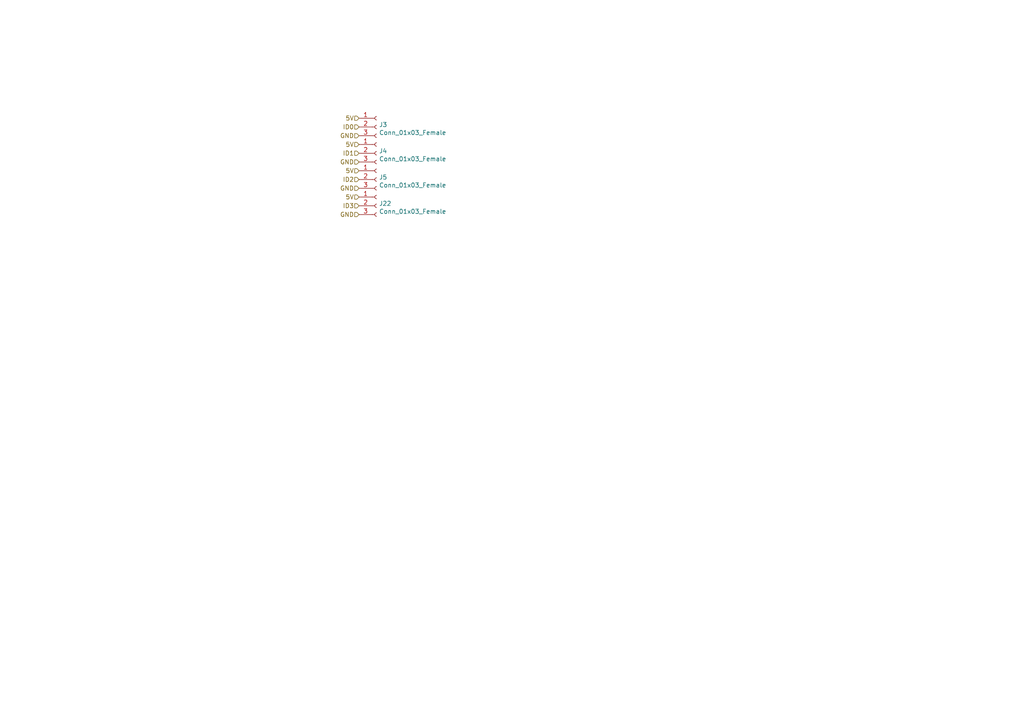
<source format=kicad_sch>
(kicad_sch (version 20211123) (generator eeschema)
  (paper "A4")
  (lib_symbols
    (symbol "Connector:Conn_01x03_Female" (pin_names (offset 1.016) hide)
      (property "Reference" "J" (at 0 5.08 0))
      (property "Value" "Conn_01x03_Female" (at 0 -5.08 0))
      (symbol "Conn_01x03_Female_1_1"
        (arc (start 0 -2.032) (mid -0.508 -2.54) (end 0 -3.048) (stroke (width 0.1524)))
        (polyline (pts (xy -1.27 -2.54) (xy -0.508 -2.54)) (stroke (width 0.1524)))
        (polyline (pts (xy -1.27 0) (xy -0.508 0)) (stroke (width 0.1524)))
        (polyline (pts (xy -1.27 2.54) (xy -0.508 2.54)) (stroke (width 0.1524)))
        (arc (start 0 0.508) (mid -0.508 0) (end 0 -0.508) (stroke (width 0.1524)))
        (arc (start 0 3.048) (mid -0.508 2.54) (end 0 2.032) (stroke (width 0.1524)))
        (pin passive line (at -5.08 2.54 0) (length 3.81) (name "Pin_1") (number "1"))
        (pin passive line (at -5.08 0 0) (length 3.81) (name "Pin_2") (number "2"))
        (pin passive line (at -5.08 -2.54 0) (length 3.81) (name "Pin_3") (number "3"))
      )
    )
  )
  (hierarchical_label "ID2" (shape input) (at 104.14 52.07 180))
  (hierarchical_label "GND" (shape input) (at 104.14 39.37 180))
  (hierarchical_label "5V" (shape input) (at 104.14 41.91 180))
  (hierarchical_label "ID3" (shape input) (at 104.14 59.69 180))
  (hierarchical_label "5V" (shape input) (at 104.14 57.15 180))
  (hierarchical_label "5V" (shape input) (at 104.14 49.53 180))
  (hierarchical_label "ID1" (shape input) (at 104.14 44.45 180))
  (hierarchical_label "5V" (shape input) (at 104.14 34.29 180))
  (hierarchical_label "GND" (shape input) (at 104.14 54.61 180))
  (hierarchical_label "GND" (shape input) (at 104.14 62.23 180))
  (hierarchical_label "ID0" (shape input) (at 104.14 36.83 180))
  (hierarchical_label "GND" (shape input) (at 104.14 46.99 180))
  (symbol (lib_id "Connector:Conn_01x03_Female") (at 109.22 36.83 0) (unit 1)
    (property "Reference" "J3" (at 109.9312 36.1696 0) (effects (justify left)))
    (property "Value" "Conn_01x03_Female" (at 109.9312 38.481 0) (effects (justify left)))
    (property "Footprint" "Connector_PinHeader_1.27mm:PinHeader_1x03_P1.27mm_Vertical" (effects hide))
  )
  (symbol (lib_id "Connector:Conn_01x03_Female") (at 109.22 44.45 0) (unit 1)
    (property "Reference" "J4" (at 109.9312 43.7896 0) (effects (justify left)))
    (property "Value" "Conn_01x03_Female" (at 109.9312 46.101 0) (effects (justify left)))
    (property "Footprint" "Connector_PinHeader_1.27mm:PinHeader_1x03_P1.27mm_Vertical" (effects hide))
  )
  (symbol (lib_id "Connector:Conn_01x03_Female") (at 109.22 52.07 0) (unit 1)
    (property "Reference" "J5" (at 109.9312 51.4096 0) (effects (justify left)))
    (property "Value" "Conn_01x03_Female" (at 109.9312 53.721 0) (effects (justify left)))
    (property "Footprint" "Connector_PinHeader_1.27mm:PinHeader_1x03_P1.27mm_Vertical" (effects hide))
  )
  (symbol (lib_id "Connector:Conn_01x03_Female") (at 109.22 59.69 0) (unit 1)
    (property "Reference" "J22" (at 109.9312 59.0296 0) (effects (justify left)))
    (property "Value" "Conn_01x03_Female" (at 109.9312 61.341 0) (effects (justify left)))
    (property "Footprint" "Connector_PinHeader_1.27mm:PinHeader_1x03_P1.27mm_Vertical" (effects hide))
  )
)
</source>
